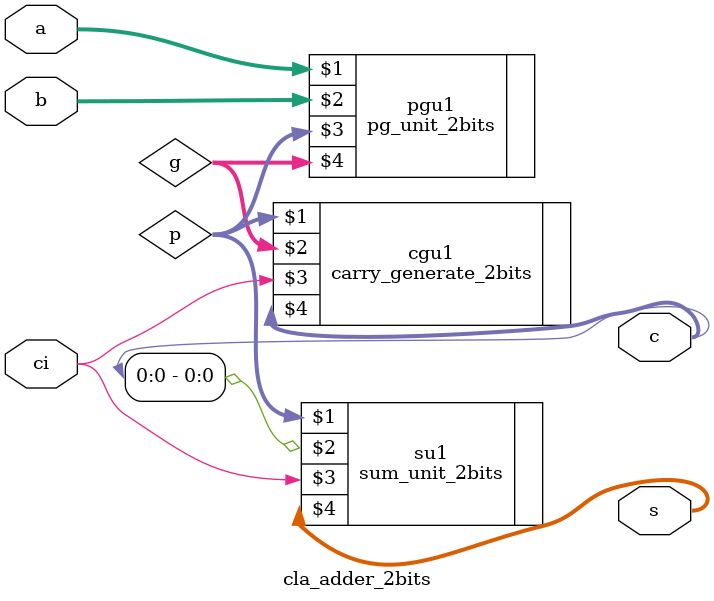
<source format=v>
module cla_adder_2bits
(
  input [1:0] a, b,
  input ci,
  output [1:0] c, s 

);
wire [1:0]  p, g;


pg_unit_2bits			pgu1 (a, b, p, g);
carry_generate_2bits		cgu1 (p, g, ci, c);
sum_unit_2bits			su1(p, c[0], ci, s);

endmodule 

</source>
